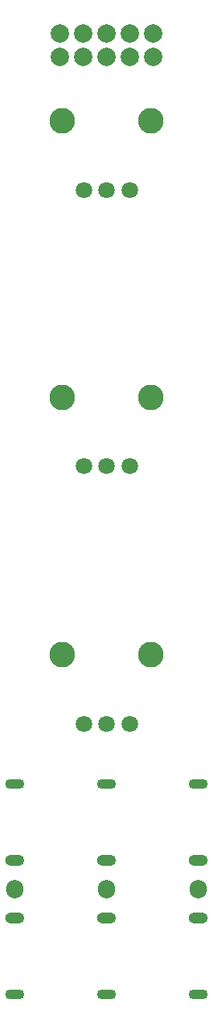
<source format=gbr>
G04 #@! TF.GenerationSoftware,KiCad,Pcbnew,(6.0.0)*
G04 #@! TF.CreationDate,2022-01-12T09:15:57-08:00*
G04 #@! TF.ProjectId,VCF,5643462e-6b69-4636-9164-5f7063625858,rev?*
G04 #@! TF.SameCoordinates,Original*
G04 #@! TF.FileFunction,Soldermask,Bot*
G04 #@! TF.FilePolarity,Negative*
%FSLAX46Y46*%
G04 Gerber Fmt 4.6, Leading zero omitted, Abs format (unit mm)*
G04 Created by KiCad (PCBNEW (6.0.0)) date 2022-01-12 09:15:57*
%MOMM*%
%LPD*%
G01*
G04 APERTURE LIST*
%ADD10C,2.000000*%
%ADD11O,1.900000X2.000000*%
%ADD12O,2.100000X1.100000*%
%ADD13O,2.100000X1.200000*%
%ADD14C,2.800000*%
%ADD15C,1.800000*%
G04 APERTURE END LIST*
D10*
X19080000Y106520000D03*
X19080000Y103980000D03*
X16540000Y106520000D03*
X16540000Y103980000D03*
X14000000Y106520000D03*
X14000000Y103980000D03*
X11460000Y106520000D03*
X11460000Y103980000D03*
X8920000Y106520000D03*
X8920000Y103980000D03*
D11*
X24000000Y13500500D03*
D12*
X24000000Y2080000D03*
D13*
X24000000Y10380000D03*
D11*
X24000000Y13499500D03*
D12*
X24000000Y24920000D03*
D13*
X24000000Y16620000D03*
D11*
X14000000Y13500500D03*
D12*
X14000000Y2080000D03*
D13*
X14000000Y10380000D03*
X4000000Y16620000D03*
D12*
X4000000Y24920000D03*
D11*
X4000000Y13499500D03*
X4000000Y13500500D03*
D12*
X4000000Y2080000D03*
D13*
X4000000Y10380000D03*
D14*
X18800000Y96998000D03*
X9200000Y96998000D03*
D15*
X16500000Y89498000D03*
X14000000Y89498000D03*
X11500000Y89498000D03*
D11*
X14000000Y13499500D03*
D12*
X14000000Y24920000D03*
D13*
X14000000Y16620000D03*
D15*
X11500000Y31498000D03*
X14000000Y31498000D03*
X16500000Y31498000D03*
D14*
X18800000Y38998000D03*
X9200000Y38998000D03*
D15*
X11500000Y59475500D03*
X14000000Y59475500D03*
X16500000Y59475500D03*
D14*
X9200000Y66975500D03*
X18800000Y66975500D03*
M02*

</source>
